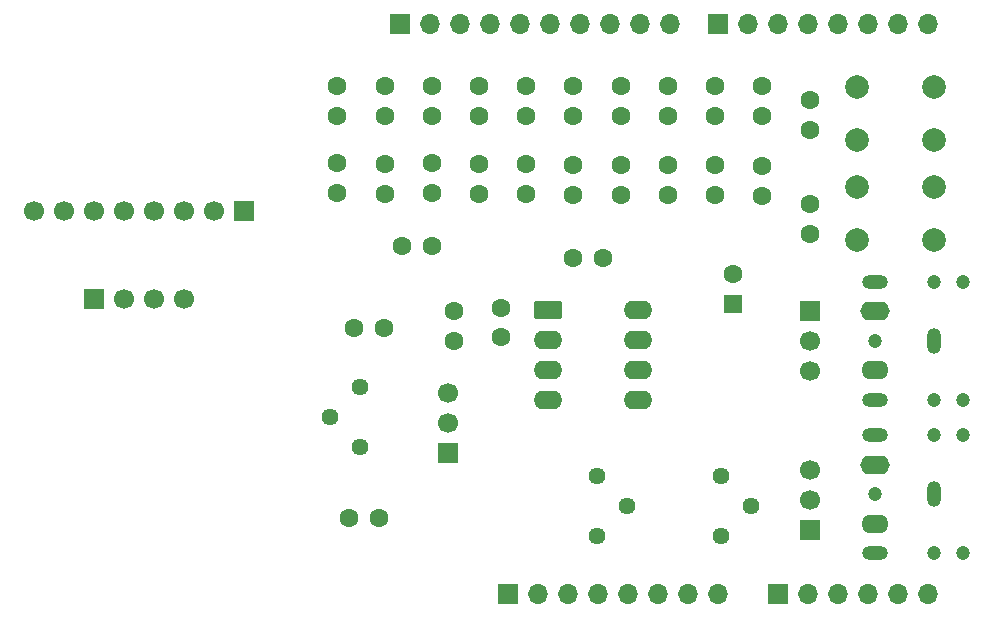
<source format=gbr>
%TF.GenerationSoftware,KiCad,Pcbnew,9.0.7*%
%TF.CreationDate,2026-02-04T14:21:25-07:00*%
%TF.ProjectId,Uno_Shield_DSP_Class_v1,556e6f5f-5368-4696-956c-645f4453505f,rev?*%
%TF.SameCoordinates,Original*%
%TF.FileFunction,Soldermask,Top*%
%TF.FilePolarity,Negative*%
%FSLAX46Y46*%
G04 Gerber Fmt 4.6, Leading zero omitted, Abs format (unit mm)*
G04 Created by KiCad (PCBNEW 9.0.7) date 2026-02-04 14:21:25*
%MOMM*%
%LPD*%
G01*
G04 APERTURE LIST*
G04 Aperture macros list*
%AMRoundRect*
0 Rectangle with rounded corners*
0 $1 Rounding radius*
0 $2 $3 $4 $5 $6 $7 $8 $9 X,Y pos of 4 corners*
0 Add a 4 corners polygon primitive as box body*
4,1,4,$2,$3,$4,$5,$6,$7,$8,$9,$2,$3,0*
0 Add four circle primitives for the rounded corners*
1,1,$1+$1,$2,$3*
1,1,$1+$1,$4,$5*
1,1,$1+$1,$6,$7*
1,1,$1+$1,$8,$9*
0 Add four rect primitives between the rounded corners*
20,1,$1+$1,$2,$3,$4,$5,0*
20,1,$1+$1,$4,$5,$6,$7,0*
20,1,$1+$1,$6,$7,$8,$9,0*
20,1,$1+$1,$8,$9,$2,$3,0*%
G04 Aperture macros list end*
%ADD10R,1.700000X1.700000*%
%ADD11O,1.700000X1.700000*%
%ADD12C,1.600000*%
%ADD13C,2.000000*%
%ADD14C,1.700000*%
%ADD15C,1.200000*%
%ADD16O,2.200000X1.200000*%
%ADD17O,2.300000X1.600000*%
%ADD18O,1.200000X2.200000*%
%ADD19O,2.500000X1.600000*%
%ADD20RoundRect,0.250000X0.550000X-0.550000X0.550000X0.550000X-0.550000X0.550000X-0.550000X-0.550000X0*%
%ADD21C,1.440000*%
%ADD22RoundRect,0.250000X-0.950000X-0.550000X0.950000X-0.550000X0.950000X0.550000X-0.950000X0.550000X0*%
%ADD23O,2.400000X1.600000*%
G04 APERTURE END LIST*
D10*
%TO.C,J1*%
X127940000Y-97460000D03*
D11*
X130480000Y-97460000D03*
X133020000Y-97460000D03*
X135560000Y-97460000D03*
X138100000Y-97460000D03*
X140640000Y-97460000D03*
X143180000Y-97460000D03*
X145720000Y-97460000D03*
%TD*%
D10*
%TO.C,J3*%
X150800000Y-97460000D03*
D11*
X153340000Y-97460000D03*
X155880000Y-97460000D03*
X158420000Y-97460000D03*
X160960000Y-97460000D03*
X163500000Y-97460000D03*
%TD*%
D10*
%TO.C,J2*%
X118796000Y-49200000D03*
D11*
X121336000Y-49200000D03*
X123876000Y-49200000D03*
X126416000Y-49200000D03*
X128956000Y-49200000D03*
X131496000Y-49200000D03*
X134036000Y-49200000D03*
X136576000Y-49200000D03*
X139116000Y-49200000D03*
X141656000Y-49200000D03*
%TD*%
D10*
%TO.C,J4*%
X145720000Y-49200000D03*
D11*
X148260000Y-49200000D03*
X150800000Y-49200000D03*
X153340000Y-49200000D03*
X155880000Y-49200000D03*
X158420000Y-49200000D03*
X160960000Y-49200000D03*
X163500000Y-49200000D03*
%TD*%
D12*
%TO.C,R9*%
X137500000Y-61130000D03*
X137500000Y-63670000D03*
%TD*%
%TO.C,R13*%
X129500000Y-61000000D03*
X129500000Y-63540000D03*
%TD*%
%TO.C,R14*%
X129500000Y-57000000D03*
X129500000Y-54460000D03*
%TD*%
%TO.C,R18*%
X121500000Y-56960000D03*
X121500000Y-54420000D03*
%TD*%
%TO.C,R4*%
X149500000Y-57000000D03*
X149500000Y-54460000D03*
%TD*%
%TO.C,R15*%
X125500000Y-61000000D03*
X125500000Y-63540000D03*
%TD*%
%TO.C,R19*%
X117500000Y-61000000D03*
X117500000Y-63540000D03*
%TD*%
%TO.C,C2*%
X127380000Y-75710000D03*
X127380000Y-73210000D03*
%TD*%
%TO.C,R7*%
X141500000Y-61090000D03*
X141500000Y-63630000D03*
%TD*%
%TO.C,R21*%
X113500000Y-60960000D03*
X113500000Y-63500000D03*
%TD*%
D13*
%TO.C,SW2*%
X164000000Y-67500000D03*
X157500000Y-67500000D03*
X164000000Y-63000000D03*
X157500000Y-63000000D03*
%TD*%
D12*
%TO.C,R20*%
X117500000Y-57000000D03*
X117500000Y-54460000D03*
%TD*%
%TO.C,R6*%
X145500000Y-57000000D03*
X145500000Y-54460000D03*
%TD*%
D10*
%TO.C,J7*%
X122880000Y-85540000D03*
D14*
X122880000Y-83000000D03*
X122880000Y-80460000D03*
%TD*%
D12*
%TO.C,R10*%
X137500000Y-56960000D03*
X137500000Y-54420000D03*
%TD*%
D10*
%TO.C,J5*%
X105580000Y-65000000D03*
D14*
X103040000Y-65000000D03*
X100500000Y-65000000D03*
X97960000Y-65000000D03*
X95420000Y-65000000D03*
X92880000Y-65000000D03*
X90340000Y-65000000D03*
X87800000Y-65000000D03*
%TD*%
D12*
%TO.C,R26*%
X114500000Y-91000000D03*
X117040000Y-91000000D03*
%TD*%
D15*
%TO.C,J11*%
X164000000Y-81000000D03*
X166500000Y-81000000D03*
X159000000Y-76000000D03*
X164000000Y-71000000D03*
X166500000Y-71000000D03*
D16*
X159000000Y-81000000D03*
D17*
X159000000Y-78500000D03*
D18*
X164000000Y-76000000D03*
D16*
X159000000Y-71000000D03*
D19*
X159000000Y-73500000D03*
%TD*%
D12*
%TO.C,R5*%
X145500000Y-61090000D03*
X145500000Y-63630000D03*
%TD*%
D20*
%TO.C,C1*%
X147000000Y-72870000D03*
D12*
X147000000Y-70370000D03*
%TD*%
%TO.C,R24*%
X123380000Y-73460000D03*
X123380000Y-76000000D03*
%TD*%
%TO.C,R12*%
X133500000Y-56960000D03*
X133500000Y-54420000D03*
%TD*%
D13*
%TO.C,SW1*%
X164000000Y-59000000D03*
X157500000Y-59000000D03*
X164000000Y-54500000D03*
X157500000Y-54500000D03*
%TD*%
D12*
%TO.C,R11*%
X133500000Y-61130000D03*
X133500000Y-63670000D03*
%TD*%
%TO.C,R22*%
X113500000Y-56960000D03*
X113500000Y-54420000D03*
%TD*%
D10*
%TO.C,J12*%
X153500000Y-92000000D03*
D14*
X153500000Y-89460000D03*
X153500000Y-86920000D03*
%TD*%
D12*
%TO.C,R1*%
X153500000Y-55630000D03*
X153500000Y-58170000D03*
%TD*%
%TO.C,R27*%
X136000000Y-69000000D03*
X133460000Y-69000000D03*
%TD*%
%TO.C,R17*%
X121500000Y-60960000D03*
X121500000Y-63500000D03*
%TD*%
%TO.C,R25*%
X114880000Y-74960000D03*
X117420000Y-74960000D03*
%TD*%
%TO.C,R16*%
X125500000Y-57000000D03*
X125500000Y-54460000D03*
%TD*%
D21*
%TO.C,RV1*%
X135500000Y-92500000D03*
X138040000Y-89960000D03*
X135500000Y-87420000D03*
%TD*%
D12*
%TO.C,R2*%
X153500000Y-64460000D03*
X153500000Y-67000000D03*
%TD*%
D22*
%TO.C,U1*%
X131380000Y-73420000D03*
D23*
X131380000Y-75960000D03*
X131380000Y-78500000D03*
X131380000Y-81040000D03*
X139000000Y-81040000D03*
X139000000Y-78500000D03*
X139000000Y-75960000D03*
X139000000Y-73420000D03*
%TD*%
D10*
%TO.C,J9*%
X153500000Y-73500000D03*
D14*
X153500000Y-76040000D03*
X153500000Y-78580000D03*
%TD*%
D12*
%TO.C,R3*%
X149500000Y-61170000D03*
X149500000Y-63710000D03*
%TD*%
D15*
%TO.C,J10*%
X164000000Y-94000000D03*
X166500000Y-94000000D03*
X159000000Y-89000000D03*
X164000000Y-84000000D03*
X166500000Y-84000000D03*
D16*
X159000000Y-94000000D03*
D17*
X159000000Y-91500000D03*
D18*
X164000000Y-89000000D03*
D16*
X159000000Y-84000000D03*
D19*
X159000000Y-86500000D03*
%TD*%
D21*
%TO.C,RV3*%
X115420000Y-79920000D03*
X112880000Y-82460000D03*
X115420000Y-85000000D03*
%TD*%
%TO.C,RV2*%
X146000000Y-92500000D03*
X148540000Y-89960000D03*
X146000000Y-87420000D03*
%TD*%
D12*
%TO.C,R8*%
X141500000Y-56960000D03*
X141500000Y-54420000D03*
%TD*%
D10*
%TO.C,J6*%
X92880000Y-72500000D03*
D14*
X95420000Y-72500000D03*
X97960000Y-72500000D03*
X100500000Y-72500000D03*
%TD*%
D12*
%TO.C,R23*%
X121500000Y-68000000D03*
X118960000Y-68000000D03*
%TD*%
M02*

</source>
